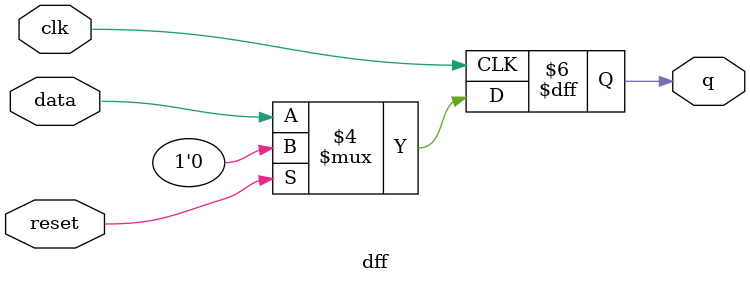
<source format=sv>
module dff(
  input logic  clk, data, reset,
  output logic q
);

  
always_ff @ (posedge clk) begin

  if(!reset)
    q = data;
  else
    q = 0;

end

endmodule
</source>
